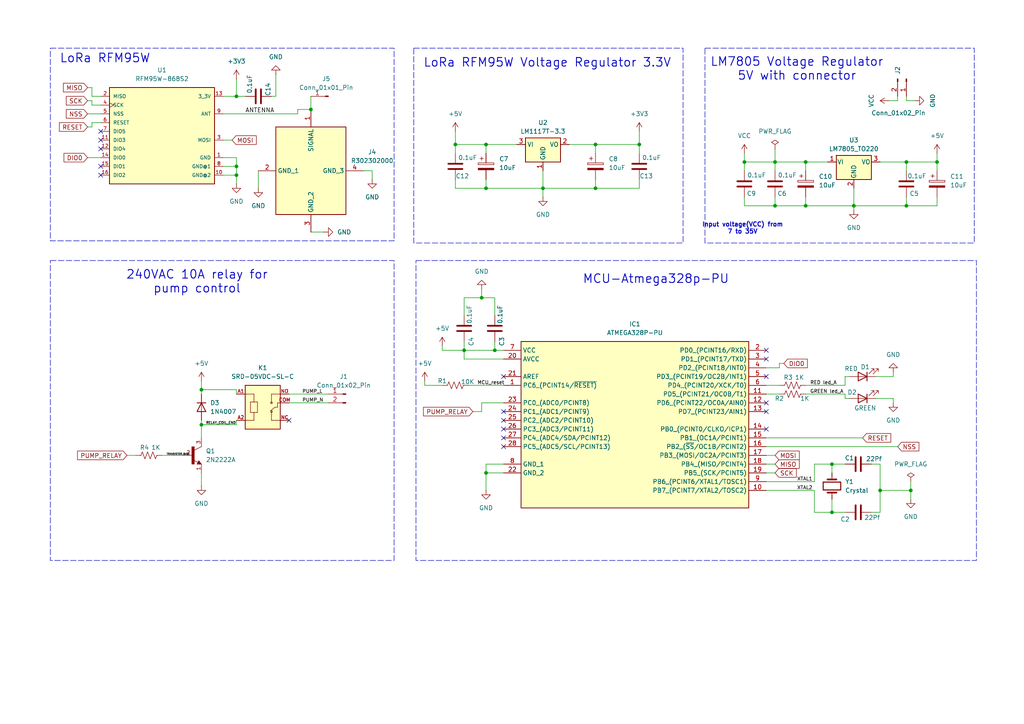
<source format=kicad_sch>
(kicad_sch (version 20250114) (generator "eeschema") (generator_version "9.0")
  (paper "A4")
  (title_block (title "LoRa Pump reciever circuit") (date "2025-11-06") (rev "1.0") (company "Axion"))
  (lib_symbols
    (symbol "2N2222A:2N2222A" (pin_names (offset 1.016))
      (property "Reference" "Q" (at -10.16 7.62 0))
      (property "Value" "2N2222A" (at -10.16 -7.62 0))
      (symbol "2N2222A_0_0"
        (rectangle (start -0.254 -2.54) (end 0.508 2.54) (stroke (width 0.1)) (fill (type outline)))
        (polyline (pts (xy 1.27 -2.54) (xy 1.778 -1.524) (xy 2.54 -2.54) (xy 1.27 -2.54)) (stroke (width 0.1524)) (fill (type outline)))
        (polyline (pts (xy 1.54 -2.04) (xy 0.308 -1.424)) (stroke (width 0.1524)))
        (polyline (pts (xy 2.54 2.54) (xy 0.508 1.524)) (stroke (width 0.1524)))
        (pin passive line (at -2.54 0 0) (length 2.54) (name "~") (number "2"))
        (pin passive line (at 2.54 5.08 270) (length 2.54) (name "~") (number "3"))
        (pin passive line (at 2.54 -5.08 90) (length 2.54) (name "~") (number "1"))
      )
    )
    (symbol "Connector:Conn_01x01_Pin" (pin_names (offset 1.016) (hide yes))
      (property "Reference" "J" (at 0 2.54 0))
      (property "Value" "Conn_01x01_Pin" (at 0 -2.54 0))
      (symbol "Conn_01x01_Pin_1_1"
        (rectangle (start 0.8636 0.127) (end 0 -0.127) (stroke (width 0.1524)) (fill (type outline)))
        (polyline (pts (xy 1.27 0) (xy 0.8636 0)) (stroke (width 0.1524)))
        (pin passive line (at 5.08 0 180) (length 3.81) (name "Pin_1") (number "1"))
      )
    )
    (symbol "Connector:Conn_01x02_Pin" (pin_names (offset 1.016) (hide yes))
      (property "Reference" "J" (at 0 2.54 0))
      (property "Value" "Conn_01x02_Pin" (at 0 -5.08 0))
      (symbol "Conn_01x02_Pin_1_1"
        (rectangle (start 0.8636 0.127) (end 0 -0.127) (stroke (width 0.1524)) (fill (type outline)))
        (rectangle (start 0.8636 -2.413) (end 0 -2.667) (stroke (width 0.1524)) (fill (type outline)))
        (polyline (pts (xy 1.27 0) (xy 0.8636 0)) (stroke (width 0.1524)))
        (polyline (pts (xy 1.27 -2.54) (xy 0.8636 -2.54)) (stroke (width 0.1524)))
        (pin passive line (at 5.08 0 180) (length 3.81) (name "Pin_1") (number "1"))
        (pin passive line (at 5.08 -2.54 180) (length 3.81) (name "Pin_2") (number "2"))
      )
    )
    (symbol "Device:C" (pin_numbers (hide yes)) (pin_names (offset 0.254))
      (property "Reference" "C" (at 0.635 2.54 0))
      (property "Value" "C" (at 0.635 -2.54 0))
      (symbol "C_0_1"
        (polyline (pts (xy -2.032 0.762) (xy 2.032 0.762)) (stroke (width 0.508)))
        (polyline (pts (xy -2.032 -0.762) (xy 2.032 -0.762)) (stroke (width 0.508)))
      )
      (symbol "C_1_1"
        (pin passive line (at 0 3.81 270) (length 2.794) (name "~") (number "1"))
        (pin passive line (at 0 -3.81 90) (length 2.794) (name "~") (number "2"))
      )
    )
    (symbol "Device:C_Polarized" (pin_numbers (hide yes)) (pin_names (offset 0.254))
      (property "Reference" "C" (at 0.635 2.54 0))
      (property "Value" "C_Polarized" (at 0.635 -2.54 0))
      (symbol "C_Polarized_0_1"
        (rectangle (start -2.286 0.508) (end 2.286 1.016))
        (polyline (pts (xy -1.778 2.286) (xy -0.762 2.286)))
        (polyline (pts (xy -1.27 2.794) (xy -1.27 1.778)))
        (rectangle (start 2.286 -0.508) (end -2.286 -1.016) (fill (type outline)))
      )
      (symbol "C_Polarized_1_1"
        (pin passive line (at 0 3.81 270) (length 2.794) (name "~") (number "1"))
        (pin passive line (at 0 -3.81 90) (length 2.794) (name "~") (number "2"))
      )
    )
    (symbol "Device:Crystal" (pin_numbers (hide yes)) (pin_names (offset 1.016) (hide yes))
      (property "Reference" "Y" (at 0 3.81 0))
      (property "Value" "Crystal" (at 0 -3.81 0))
      (symbol "Crystal_0_1"
        (polyline (pts (xy -2.54 0) (xy -1.905 0)))
        (polyline (pts (xy -1.905 -1.27) (xy -1.905 1.27)) (stroke (width 0.508)))
        (rectangle (start -1.143 2.54) (end 1.143 -2.54) (stroke (width 0.3048)))
        (polyline (pts (xy 1.905 -1.27) (xy 1.905 1.27)) (stroke (width 0.508)))
        (polyline (pts (xy 2.54 0) (xy 1.905 0)))
      )
      (symbol "Crystal_1_1"
        (pin passive line (at -3.81 0 0) (length 1.27) (name "1") (number "1"))
        (pin passive line (at 3.81 0 180) (length 1.27) (name "2") (number "2"))
      )
    )
    (symbol "Device:LED" (pin_numbers (hide yes)) (pin_names (offset 1.016) (hide yes))
      (property "Reference" "D" (at 0 2.54 0))
      (property "Value" "LED" (at 0 -2.54 0))
      (symbol "LED_0_1"
        (polyline (pts (xy -3.048 -0.762) (xy -4.572 -2.286) (xy -3.81 -2.286) (xy -4.572 -2.286) (xy -4.572 -1.524)))
        (polyline (pts (xy -1.778 -0.762) (xy -3.302 -2.286) (xy -2.54 -2.286) (xy -3.302 -2.286) (xy -3.302 -1.524)))
        (polyline (pts (xy -1.27 0) (xy 1.27 0)))
        (polyline (pts (xy -1.27 -1.27) (xy -1.27 1.27)) (stroke (width 0.254)))
        (polyline (pts (xy 1.27 -1.27) (xy 1.27 1.27) (xy -1.27 0) (xy 1.27 -1.27)) (stroke (width 0.254)))
      )
      (symbol "LED_1_1"
        (pin passive line (at -3.81 0 0) (length 2.54) (name "K") (number "1"))
        (pin passive line (at 3.81 0 180) (length 2.54) (name "A") (number "2"))
      )
    )
    (symbol "Device:R_US" (pin_numbers (hide yes)) (pin_names (offset 0))
      (property "Reference" "R" (at 2.54 0 90))
      (property "Value" "R_US" (at -2.54 0 90))
      (symbol "R_US_0_1"
        (polyline (pts (xy 0 2.286) (xy 0 2.54)))
        (polyline (pts (xy 0 2.286) (xy 1.016 1.905) (xy 0 1.524) (xy -1.016 1.143) (xy 0 0.762)))
        (polyline (pts (xy 0 0.762) (xy 1.016 0.381) (xy 0 0) (xy -1.016 -0.381) (xy 0 -0.762)))
        (polyline (pts (xy 0 -0.762) (xy 1.016 -1.143) (xy 0 -1.524) (xy -1.016 -1.905) (xy 0 -2.286)))
        (polyline (pts (xy 0 -2.286) (xy 0 -2.54)))
      )
      (symbol "R_US_1_1"
        (pin passive line (at 0 3.81 270) (length 1.27) (name "~") (number "1"))
        (pin passive line (at 0 -3.81 90) (length 1.27) (name "~") (number "2"))
      )
    )
    (symbol "Diode:1N4007" (pin_numbers (hide yes)) (pin_names (hide yes))
      (property "Reference" "D" (at 0 2.54 0))
      (property "Value" "1N4007" (at 0 -2.54 0))
      (symbol "1N4007_0_1"
        (polyline (pts (xy -1.27 1.27) (xy -1.27 -1.27)) (stroke (width 0.254)))
        (polyline (pts (xy 1.27 1.27) (xy 1.27 -1.27) (xy -1.27 0) (xy 1.27 1.27)) (stroke (width 0.254)))
        (polyline (pts (xy 1.27 0) (xy -1.27 0)))
      )
      (symbol "1N4007_1_1"
        (pin passive line (at -3.81 0 0) (length 2.54) (name "K") (number "1"))
        (pin passive line (at 3.81 0 180) (length 2.54) (name "A") (number "2"))
      )
    )
    (symbol "RFM95W-868S2:RFM95W-868S2" (pin_names (offset 1.016))
      (property "Reference" "U" (at -15.2563 13.9849 0))
      (property "Value" "RFM95W-868S2" (at -15.265 -17.8092 0))
      (symbol "RFM95W-868S2_0_0"
        (rectangle (start -15.24 -15.24) (end 15.24 12.7) (stroke (width 0.254)) (fill (type background)))
        (pin input line (at -17.78 10.16 0) (length 2.54) (name "MISO") (number "2"))
        (pin input clock (at -17.78 7.62 0) (length 2.54) (name "SCK") (number "4"))
        (pin input line (at -17.78 5.08 0) (length 2.54) (name "NSS") (number "5"))
        (pin bidirectional line (at -17.78 2.54 0) (length 2.54) (name "RESET") (number "6"))
        (pin bidirectional line (at -17.78 0 0) (length 2.54) (name "DIO5") (number "7"))
        (pin bidirectional line (at -17.78 -2.54 0) (length 2.54) (name "DIO3") (number "11"))
        (pin bidirectional line (at -17.78 -5.08 0) (length 2.54) (name "DIO4") (number "12"))
        (pin bidirectional line (at -17.78 -7.62 0) (length 2.54) (name "DIO0") (number "14"))
        (pin bidirectional line (at -17.78 -10.16 0) (length 2.54) (name "DIO1") (number "15"))
        (pin bidirectional line (at -17.78 -12.7 0) (length 2.54) (name "DIO2") (number "16"))
        (pin power_in line (at 17.78 10.16 180) (length 2.54) (name "3_3V") (number "13"))
        (pin passive line (at 17.78 5.08 180) (length 2.54) (name "ANT") (number "9"))
        (pin output line (at 17.78 -2.54 180) (length 2.54) (name "MOSI") (number "3"))
        (pin power_in line (at 17.78 -7.62 180) (length 2.54) (name "GND") (number "1"))
        (pin power_in line (at 17.78 -10.16 180) (length 2.54) (name "GND@1") (number "8"))
        (pin power_in line (at 17.78 -12.7 180) (length 2.54) (name "GND@2") (number "10"))
      )
    )
    (symbol "Regulator_Linear:LM1117T-3.3"
      (property "Reference" "U" (at -3.81 3.175 0))
      (property "Value" "LM1117T-3.3" (at 0 3.175 0))
      (symbol "LM1117T-3.3_0_1"
        (rectangle (start -5.08 -5.08) (end 5.08 1.905) (stroke (width 0.254)) (fill (type background)))
      )
      (symbol "LM1117T-3.3_1_1"
        (pin power_in line (at -7.62 0 0) (length 2.54) (name "VI") (number "3"))
        (pin power_in line (at 0 -7.62 90) (length 2.54) (name "GND") (number "1"))
        (pin power_out line (at 7.62 0 180) (length 2.54) (name "VO") (number "2"))
      )
    )
    (symbol "Regulator_Linear:LM7805_TO220" (pin_names (offset 0.254))
      (property "Reference" "U" (at -3.81 3.175 0))
      (property "Value" "LM7805_TO220" (at 0 3.175 0))
      (symbol "LM7805_TO220_0_1"
        (rectangle (start -5.08 1.905) (end 5.08 -5.08) (stroke (width 0.254)) (fill (type background)))
      )
      (symbol "LM7805_TO220_1_1"
        (pin power_in line (at -7.62 0 0) (length 2.54) (name "VI") (number "1"))
        (pin power_in line (at 0 -7.62 90) (length 2.54) (name "GND") (number "2"))
        (pin power_out line (at 7.62 0 180) (length 2.54) (name "VO") (number "3"))
      )
    )
    (symbol "SRD-05VDC-SL-C:SRD-05VDC-SL-C" (pin_names (offset 1.016))
      (property "Reference" "K" (at -5.0809 5.843 0))
      (property "Value" "SRD-05VDC-SL-C" (at -5.0832 -10.1664 0))
      (symbol "SRD-05VDC-SL-C_0_0"
        (polyline (pts (xy -5.08 2.54) (xy -2.54 2.54)) (stroke (width 0.1524)))
        (rectangle (start -5.08 -7.62) (end 5.08 5.08) (stroke (width 0.254)) (fill (type background)))
        (polyline (pts (xy -3.556 0.254) (xy -3.556 -2.794)) (stroke (width 0.1524)))
        (polyline (pts (xy -3.556 -2.794) (xy -2.54 -2.794)) (stroke (width 0.1524)))
        (polyline (pts (xy -2.54 2.54) (xy -2.54 0.254)) (stroke (width 0.1524)))
        (polyline (pts (xy -2.54 0.254) (xy -3.556 0.254)) (stroke (width 0.1524)))
        (polyline (pts (xy -2.54 -2.794) (xy -2.54 -5.08)) (stroke (width 0.1524)))
        (polyline (pts (xy -2.54 -2.794) (xy -1.524 -2.794)) (stroke (width 0.1524)))
        (polyline (pts (xy -2.54 -5.08) (xy -5.08 -5.08)) (stroke (width 0.1524)))
        (polyline (pts (xy -1.524 0.254) (xy -2.54 0.254)) (stroke (width 0.1524)))
        (polyline (pts (xy -1.524 -2.794) (xy -1.524 0.254)) (stroke (width 0.1524)))
        (polyline (pts (xy 2.54 2.54) (xy 2.54 0)) (stroke (width 0.1524)))
        (circle (center 2.54 0) (radius 0.254) (stroke (width 0.1524)))
        (polyline (pts (xy 2.54 -2.54) (xy 2.54 -5.08)) (stroke (width 0.1524)))
        (circle (center 2.54 -2.54) (radius 0.254) (stroke (width 0.1524)))
        (polyline (pts (xy 2.54 -5.08) (xy 5.08 -5.08)) (stroke (width 0.1524)))
        (polyline (pts (xy 3.556 -1.27) (xy 2.286 -2.286)) (stroke (width 0.1524)))
        (polyline (pts (xy 3.556 -1.27) (xy 4.318 -1.27)) (stroke (width 0.1524)))
        (polyline (pts (xy 4.318 0) (xy 5.08 0)) (stroke (width 0.1524)))
        (polyline (pts (xy 4.318 -1.27) (xy 4.318 0)) (stroke (width 0.1524)))
        (polyline (pts (xy 5.08 2.54) (xy 2.54 2.54)) (stroke (width 0.1524)))
        (pin passive line (at -7.62 2.54 0) (length 2.54) (name "~") (number "A1"))
        (pin passive line (at -7.62 -5.08 0) (length 2.54) (name "~") (number "A2"))
        (pin passive line (at 7.62 2.54 180) (length 2.54) (name "~") (number "NO"))
        (pin passive line (at 7.62 0 180) (length 2.54) (name "~") (number "COM"))
        (pin passive line (at 7.62 -5.08 180) (length 2.54) (name "~") (number "NC"))
      )
    )
    (symbol "SamacSys_Parts:ATMEGA328P-PU"
      (property "Reference" "IC" (at 72.39 7.62 0))
      (property "Value" "ATMEGA328P-PU" (at 72.39 5.08 0))
      (symbol "ATMEGA328P-PU_1_1"
        (rectangle (start 5.08 2.54) (end 71.12 -45.72) (stroke (width 0.254)) (fill (type background)))
        (pin passive line (at 0 0 0) (length 5.08) (name "VCC") (number "7"))
        (pin passive line (at 0 -2.54 0) (length 5.08) (name "AVCC") (number "20"))
        (pin passive line (at 0 -7.62 0) (length 5.08) (name "AREF") (number "21"))
        (pin passive line (at 0 -10.16 0) (length 5.08) (name "PC6_(PCINT14/~{RESET)}") (number "1"))
        (pin passive line (at 0 -15.24 0) (length 5.08) (name "PC0_(ADC0/PCINT8)") (number "23"))
        (pin passive line (at 0 -17.78 0) (length 5.08) (name "PC1_(ADC1/PCINT9)") (number "24"))
        (pin passive line (at 0 -20.32 0) (length 5.08) (name "PC2_(ADC2/PCINT10)") (number "25"))
        (pin passive line (at 0 -22.86 0) (length 5.08) (name "PC3_(ADC3/PCINT11)") (number "26"))
        (pin passive line (at 0 -25.4 0) (length 5.08) (name "PC4_(ADC4/SDA/PCINT12)") (number "27"))
        (pin passive line (at 0 -27.94 0) (length 5.08) (name "PC5_(ADC5/SCL/PCINT13)") (number "28"))
        (pin passive line (at 0 -33.02 0) (length 5.08) (name "GND_1") (number "8"))
        (pin passive line (at 0 -35.56 0) (length 5.08) (name "GND_2") (number "22"))
        (pin passive line (at 76.2 0 180) (length 5.08) (name "PD0_(PCINT16/RXD)") (number "2"))
        (pin passive line (at 76.2 -2.54 180) (length 5.08) (name "PD1_(PCINT17/TXD)") (number "3"))
        (pin passive line (at 76.2 -5.08 180) (length 5.08) (name "PD2_(PCINT18/INT0)") (number "4"))
        (pin passive line (at 76.2 -7.62 180) (length 5.08) (name "PD3_(PCINT19/OC2B/INT1)") (number "5"))
        (pin passive line (at 76.2 -10.16 180) (length 5.08) (name "PD4_(PCINT20/XCK/T0)") (number "6"))
        (pin passive line (at 76.2 -12.7 180) (length 5.08) (name "PD5_(PCINT21/OC0B/T1)") (number "11"))
        (pin passive line (at 76.2 -15.24 180) (length 5.08) (name "PD6_(PCINT22/OC0A/AIN0)") (number "12"))
        (pin passive line (at 76.2 -17.78 180) (length 5.08) (name "PD7_(PCINT23/AIN1)") (number "13"))
        (pin passive line (at 76.2 -22.86 180) (length 5.08) (name "PB0_(PCINT0/CLKO/ICP1)") (number "14"))
        (pin passive line (at 76.2 -25.4 180) (length 5.08) (name "PB1_(OC1A/PCINT1)") (number "15"))
        (pin passive line (at 76.2 -27.94 180) (length 5.08) (name "PB2_(~{SS}/OC1B/PCINT2)") (number "16"))
        (pin passive line (at 76.2 -30.48 180) (length 5.08) (name "PB3_(MOSI/OC2A/PCINT3)") (number "17"))
        (pin passive line (at 76.2 -33.02 180) (length 5.08) (name "PB4_(MISO/PCINT4)") (number "18"))
        (pin passive line (at 76.2 -35.56 180) (length 5.08) (name "PB5_(SCK/PCINT5)") (number "19"))
        (pin passive line (at 76.2 -38.1 180) (length 5.08) (name "PB6_(PCINT6/XTAL1/TOSC1)") (number "9"))
        (pin passive line (at 76.2 -40.64 180) (length 5.08) (name "PB7_(PCINT7/XTAL2/TOSC2)") (number "10"))
      )
    )
    (symbol "SamacSys_Parts:R302302000"
      (property "Reference" "J" (at 26.67 17.78 0))
      (property "Value" "R302302000" (at 26.67 15.24 0))
      (symbol "R302302000_1_1"
        (rectangle (start 5.08 12.7) (end 25.4 -12.7) (stroke (width 0.254)) (fill (type background)))
        (pin passive line (at 0 0 0) (length 5.08) (name "GND_3") (number "4"))
        (pin passive line (at 15.24 17.78 270) (length 5.08) (name "GND_2") (number "3"))
        (pin passive line (at 15.24 -17.78 90) (length 5.08) (name "SIGNAL") (number "1"))
        (pin passive line (at 30.48 0 180) (length 5.08) (name "GND_1") (number "2"))
      )
    )
    (symbol "power:+3V3" (power) (pin_numbers (hide yes)) (pin_names (offset 0) (hide yes))
      (property "Value" "+3V3" (at 0 3.556 0))
      (symbol "+3V3_0_1"
        (polyline (pts (xy -0.762 1.27) (xy 0 2.54)))
        (polyline (pts (xy 0 2.54) (xy 0.762 1.27)))
        (polyline (pts (xy 0 0) (xy 0 2.54)))
      )
      (symbol "+3V3_1_1"
        (pin power_in line (at 0 0 90) (length 0) (name "~") (number "1"))
      )
    )
    (symbol "power:+5V" (power) (pin_numbers (hide yes)) (pin_names (offset 0) (hide yes))
      (property "Value" "+5V" (at 0 3.556 0))
      (symbol "+5V_0_1"
        (polyline (pts (xy -0.762 1.27) (xy 0 2.54)))
        (polyline (pts (xy 0 2.54) (xy 0.762 1.27)))
        (polyline (pts (xy 0 0) (xy 0 2.54)))
      )
      (symbol "+5V_1_1"
        (pin power_in line (at 0 0 90) (length 0) (name "~") (number "1"))
      )
    )
    (symbol "power:GND" (power) (pin_numbers (hide yes)) (pin_names (offset 0) (hide yes))
      (property "Value" "GND" (at 0 -3.81 0))
      (symbol "GND_0_1"
        (polyline (pts (xy 0 0) (xy 0 -1.27) (xy 1.27 -1.27) (xy 0 -2.54) (xy -1.27 -1.27) (xy 0 -1.27)))
      )
      (symbol "GND_1_1"
        (pin power_in line (at 0 0 270) (length 0) (name "~") (number "1"))
      )
    )
    (symbol "power:PWR_FLAG" (power) (pin_numbers (hide yes)) (pin_names (offset 0) (hide yes))
      (property "Value" "PWR_FLAG" (at 0 3.81 0))
      (symbol "PWR_FLAG_0_0"
        (pin power_out line (at 0 0 90) (length 0) (name "~") (number "1"))
      )
      (symbol "PWR_FLAG_0_1"
        (polyline (pts (xy 0 0) (xy 0 1.27) (xy -1.016 1.905) (xy 0 2.54) (xy 1.016 1.905) (xy 0 1.27)))
      )
    )
    (symbol "power:VCC" (power) (pin_numbers (hide yes)) (pin_names (offset 0) (hide yes))
      (property "Value" "VCC" (at 0 3.556 0))
      (symbol "VCC_0_1"
        (polyline (pts (xy -0.762 1.27) (xy 0 2.54)))
        (polyline (pts (xy 0 2.54) (xy 0.762 1.27)))
        (polyline (pts (xy 0 0) (xy 0 2.54)))
      )
      (symbol "VCC_1_1"
        (pin power_in line (at 0 0 90) (length 0) (name "~") (number "1"))
      )
    )
  )
  (rectangle (start 120.65 75.565) (end 283.21 162.56) (stroke (width 0) (type dash)))
  (rectangle (start 14.605 75.565) (end 114.3 162.56) (stroke (width 0) (type dash)))
  (rectangle (start 14.605 13.97) (end 114.3 69.85) (stroke (width 0) (type dash)))
  (rectangle (start 120.015 13.97) (end 198.12 70.485) (stroke (width 0) (type dash)))
  (rectangle (start 204.47 13.97) (end 282.575 70.485) (stroke (width 0) (type dash)))
  (text "LoRa RFM95W Voltage Regulator 3.3V" (at 158.75 18.288 0) (effects (font (size 2.5 2.5) (thickness 0.254) (bold yes))))
  (text "LM7805 Voltage Regulator\n5V with connector" (at 231.14 20.066 0) (effects (font (size 2.5 2.5) (thickness 0.254) (bold yes))))
  (text "Input voltage(VCC) from\n7 to 35V" (at 215.392 66.294 0) (effects (font (size 1.27 1.27) (thickness 0.254) (bold yes))))
  (text "LoRa RFM95W" (at 30.48 17.018 0) (effects (font (size 2.5 2.5) (thickness 0.254) (bold yes))))
  (text "MCU-Atmega328p-PU" (at 190.246 81.026 0) (effects (font (size 2.5 2.5) (thickness 0.254) (bold yes))))
  (text "240VAC 10A relay for\npump control" (at 57.15 81.788 0) (effects (font (size 2.5 2.5) (thickness 0.254) (bold yes))))
  (junction (at 157.48 54.61))
  (junction (at 233.68 59.69))
  (junction (at 241.3 134.62))
  (junction (at 140.97 54.61))
  (junction (at 247.65 59.69))
  (junction (at 58.42 113.03))
  (junction (at 140.97 137.16))
  (junction (at 90.17 31.75))
  (junction (at 68.58 27.94))
  (junction (at 58.42 123.19))
  (junction (at 233.68 46.99))
  (junction (at 241.3 148.59))
  (junction (at 262.89 59.69))
  (junction (at 139.7 86.36))
  (junction (at 185.42 41.91))
  (junction (at 68.58 50.8))
  (junction (at 262.89 46.99))
  (junction (at 264.16 142.24))
  (junction (at 134.62 101.6))
  (junction (at 224.79 59.69))
  (junction (at 143.51 101.6))
  (junction (at 255.27 142.24))
  (junction (at 132.08 41.91))
  (junction (at 172.72 54.61))
  (junction (at 215.9 46.99))
  (junction (at 271.78 46.99))
  (junction (at 224.79 46.99))
  (junction (at 68.58 48.26))
  (junction (at 172.72 41.91))
  (junction (at 140.97 41.91))
  (no_connect (at 29.21 50.8))
  (no_connect (at 222.25 104.14))
  (no_connect (at 222.25 124.46))
  (no_connect (at 29.21 43.18))
  (no_connect (at 146.05 121.92))
  (no_connect (at 222.25 116.84))
  (no_connect (at 146.05 127))
  (no_connect (at 146.05 109.22))
  (no_connect (at 222.25 101.6))
  (no_connect (at 146.05 124.46))
  (no_connect (at 222.25 109.22))
  (no_connect (at 146.05 129.54))
  (no_connect (at 29.21 40.64))
  (no_connect (at 29.21 38.1))
  (no_connect (at 29.21 48.26))
  (no_connect (at 222.25 119.38))
  (no_connect (at 83.82 121.92))
  (no_connect (at 146.05 119.38))
  (wire (pts (xy 105.41 49.53) (xy 107.95 49.53)))
  (wire (pts (xy 236.22 139.7) (xy 236.22 134.62)))
  (wire (pts (xy 262.89 46.99) (xy 262.89 49.53)))
  (wire (pts (xy 215.9 59.69) (xy 224.79 59.69)))
  (wire (pts (xy 64.77 33.02) (xy 86.36 33.02)))
  (wire (pts (xy 68.58 27.94) (xy 71.12 27.94)))
  (wire (pts (xy 26.67 35.56) (xy 29.21 35.56)))
  (wire (pts (xy 157.48 54.61) (xy 157.48 57.15)))
  (wire (pts (xy 139.7 83.82) (xy 139.7 86.36)))
  (wire (pts (xy 139.7 116.84) (xy 146.05 116.84)))
  (wire (pts (xy 80.01 27.94) (xy 78.74 27.94)))
  (wire (pts (xy 271.78 44.45) (xy 271.78 46.99)))
  (wire (pts (xy 107.95 49.53) (xy 107.95 52.07)))
  (wire (pts (xy 132.08 38.1) (xy 132.08 41.91)))
  (wire (pts (xy 264.16 144.78) (xy 264.16 142.24)))
  (wire (pts (xy 255.27 46.99) (xy 262.89 46.99)))
  (wire (pts (xy 254 109.22) (xy 259.08 109.22)))
  (wire (pts (xy 271.78 57.15) (xy 271.78 59.69)))
  (wire (pts (xy 259.08 109.22) (xy 259.08 107.95)))
  (wire (pts (xy 26.67 27.94) (xy 29.21 27.94)))
  (wire (pts (xy 264.16 142.24) (xy 255.27 142.24)))
  (wire (pts (xy 185.42 38.1) (xy 185.42 41.91)))
  (wire (pts (xy 26.67 29.21) (xy 26.67 30.48)))
  (wire (pts (xy 185.42 41.91) (xy 172.72 41.91)))
  (wire (pts (xy 222.25 129.54) (xy 260.35 129.54)))
  (wire (pts (xy 132.08 44.45) (xy 132.08 41.91)))
  (wire (pts (xy 247.65 54.61) (xy 247.65 59.69)))
  (wire (pts (xy 25.4 36.83) (xy 26.67 36.83)))
  (wire (pts (xy 68.58 22.86) (xy 68.58 27.94)))
  (wire (pts (xy 262.89 59.69) (xy 262.89 57.15)))
  (wire (pts (xy 25.4 45.72) (xy 29.21 45.72)))
  (wire (pts (xy 25.4 25.4) (xy 26.67 25.4)))
  (wire (pts (xy 215.9 49.53) (xy 215.9 46.99)))
  (wire (pts (xy 143.51 99.06) (xy 143.51 101.6)))
  (wire (pts (xy 140.97 137.16) (xy 146.05 137.16)))
  (wire (pts (xy 240.03 46.99) (xy 233.68 46.99)))
  (wire (pts (xy 86.36 33.02) (xy 86.36 31.75)))
  (wire (pts (xy 241.3 134.62) (xy 245.11 134.62)))
  (wire (pts (xy 86.36 31.75) (xy 90.17 31.75)))
  (wire (pts (xy 58.42 113.03) (xy 68.58 113.03)))
  (wire (pts (xy 157.48 49.53) (xy 157.48 54.61)))
  (wire (pts (xy 185.42 52.07) (xy 185.42 54.61)))
  (wire (pts (xy 215.9 44.45) (xy 215.9 46.99)))
  (wire (pts (xy 135.89 111.76) (xy 146.05 111.76)))
  (wire (pts (xy 262.89 27.94) (xy 262.89 29.21)))
  (wire (pts (xy 146.05 134.62) (xy 140.97 134.62)))
  (wire (pts (xy 25.4 29.21) (xy 26.67 29.21)))
  (wire (pts (xy 222.25 134.62) (xy 224.79 134.62)))
  (wire (pts (xy 64.77 40.64) (xy 67.31 40.64)))
  (wire (pts (xy 132.08 41.91) (xy 140.97 41.91)))
  (wire (pts (xy 222.25 142.24) (xy 236.22 142.24)))
  (wire (pts (xy 233.68 111.76) (xy 245.11 111.76)))
  (wire (pts (xy 68.58 121.92) (xy 68.58 123.19)))
  (wire (pts (xy 254 115.57) (xy 259.08 115.57)))
  (wire (pts (xy 83.82 116.84) (xy 95.25 116.84)))
  (wire (pts (xy 236.22 148.59) (xy 241.3 148.59)))
  (wire (pts (xy 68.58 48.26) (xy 68.58 50.8)))
  (wire (pts (xy 215.9 46.99) (xy 224.79 46.99)))
  (wire (pts (xy 233.68 46.99) (xy 224.79 46.99)))
  (wire (pts (xy 128.27 101.6) (xy 134.62 101.6)))
  (wire (pts (xy 90.17 27.94) (xy 90.17 31.75)))
  (wire (pts (xy 140.97 54.61) (xy 157.48 54.61)))
  (wire (pts (xy 36.83 132.08) (xy 39.37 132.08)))
  (wire (pts (xy 185.42 54.61) (xy 172.72 54.61)))
  (wire (pts (xy 83.82 114.3) (xy 95.25 114.3)))
  (wire (pts (xy 233.68 57.15) (xy 233.68 59.69)))
  (wire (pts (xy 123.19 111.76) (xy 128.27 111.76)))
  (wire (pts (xy 140.97 134.62) (xy 140.97 137.16)))
  (wire (pts (xy 222.25 111.76) (xy 226.06 111.76)))
  (wire (pts (xy 236.22 142.24) (xy 236.22 148.59)))
  (wire (pts (xy 143.51 101.6) (xy 146.05 101.6)))
  (wire (pts (xy 137.16 119.38) (xy 139.7 119.38)))
  (wire (pts (xy 222.25 132.08) (xy 224.79 132.08)))
  (wire (pts (xy 271.78 49.53) (xy 271.78 46.99)))
  (wire (pts (xy 139.7 119.38) (xy 139.7 116.84)))
  (wire (pts (xy 134.62 91.44) (xy 134.62 86.36)))
  (wire (pts (xy 139.7 86.36) (xy 143.51 86.36)))
  (wire (pts (xy 157.48 54.61) (xy 172.72 54.61)))
  (wire (pts (xy 123.19 110.49) (xy 123.19 111.76)))
  (wire (pts (xy 233.68 46.99) (xy 233.68 49.53)))
  (wire (pts (xy 25.4 33.02) (xy 29.21 33.02)))
  (wire (pts (xy 46.99 132.08) (xy 53.34 132.08)))
  (wire (pts (xy 185.42 44.45) (xy 185.42 41.91)))
  (wire (pts (xy 255.27 142.24) (xy 255.27 148.59)))
  (wire (pts (xy 58.42 123.19) (xy 68.58 123.19)))
  (wire (pts (xy 222.25 114.3) (xy 226.06 114.3)))
  (wire (pts (xy 58.42 137.16) (xy 58.42 140.97)))
  (wire (pts (xy 26.67 30.48) (xy 29.21 30.48)))
  (wire (pts (xy 247.65 59.69) (xy 247.65 60.96)))
  (wire (pts (xy 58.42 113.03) (xy 58.42 114.3)))
  (wire (pts (xy 222.25 127) (xy 250.19 127)))
  (wire (pts (xy 80.01 21.59) (xy 80.01 27.94)))
  (wire (pts (xy 134.62 101.6) (xy 143.51 101.6)))
  (wire (pts (xy 222.25 137.16) (xy 224.79 137.16)))
  (wire (pts (xy 222.25 139.7) (xy 236.22 139.7)))
  (wire (pts (xy 134.62 104.14) (xy 146.05 104.14)))
  (wire (pts (xy 241.3 134.62) (xy 241.3 137.16)))
  (wire (pts (xy 245.11 115.57) (xy 246.38 115.57)))
  (wire (pts (xy 226.06 105.41) (xy 226.06 106.68)))
  (wire (pts (xy 264.16 139.7) (xy 264.16 142.24)))
  (wire (pts (xy 134.62 99.06) (xy 134.62 101.6)))
  (wire (pts (xy 132.08 52.07) (xy 132.08 54.61)))
  (wire (pts (xy 172.72 54.61) (xy 172.72 52.07)))
  (wire (pts (xy 58.42 121.92) (xy 58.42 123.19)))
  (wire (pts (xy 241.3 148.59) (xy 245.11 148.59)))
  (wire (pts (xy 64.77 48.26) (xy 68.58 48.26)))
  (wire (pts (xy 64.77 50.8) (xy 68.58 50.8)))
  (wire (pts (xy 58.42 123.19) (xy 58.42 127)))
  (wire (pts (xy 26.67 25.4) (xy 26.67 27.94)))
  (wire (pts (xy 140.97 41.91) (xy 149.86 41.91)))
  (wire (pts (xy 226.06 106.68) (xy 222.25 106.68)))
  (wire (pts (xy 140.97 137.16) (xy 140.97 142.24)))
  (wire (pts (xy 271.78 46.99) (xy 262.89 46.99)))
  (wire (pts (xy 132.08 54.61) (xy 140.97 54.61)))
  (wire (pts (xy 143.51 86.36) (xy 143.51 91.44)))
  (wire (pts (xy 68.58 45.72) (xy 68.58 48.26)))
  (wire (pts (xy 224.79 57.15) (xy 224.79 59.69)))
  (wire (pts (xy 241.3 144.78) (xy 241.3 148.59)))
  (wire (pts (xy 262.89 29.21) (xy 265.43 29.21)))
  (wire (pts (xy 64.77 45.72) (xy 68.58 45.72)))
  (wire (pts (xy 68.58 114.3) (xy 68.58 113.03)))
  (wire (pts (xy 172.72 41.91) (xy 172.72 44.45)))
  (wire (pts (xy 233.68 59.69) (xy 247.65 59.69)))
  (wire (pts (xy 134.62 86.36) (xy 139.7 86.36)))
  (wire (pts (xy 262.89 59.69) (xy 271.78 59.69)))
  (wire (pts (xy 165.1 41.91) (xy 172.72 41.91)))
  (wire (pts (xy 236.22 134.62) (xy 241.3 134.62)))
  (wire (pts (xy 224.79 46.99) (xy 224.79 49.53)))
  (wire (pts (xy 255.27 148.59) (xy 252.73 148.59)))
  (wire (pts (xy 255.27 134.62) (xy 255.27 142.24)))
  (wire (pts (xy 227.33 105.41) (xy 226.06 105.41)))
  (wire (pts (xy 260.35 29.21) (xy 260.35 27.94)))
  (wire (pts (xy 259.08 115.57) (xy 259.08 116.84)))
  (wire (pts (xy 58.42 110.49) (xy 58.42 113.03)))
  (wire (pts (xy 128.27 100.33) (xy 128.27 101.6)))
  (wire (pts (xy 257.81 29.21) (xy 260.35 29.21)))
  (wire (pts (xy 245.11 114.3) (xy 245.11 115.57)))
  (wire (pts (xy 252.73 134.62) (xy 255.27 134.62)))
  (wire (pts (xy 215.9 57.15) (xy 215.9 59.69)))
  (wire (pts (xy 68.58 50.8) (xy 68.58 53.34)))
  (wire (pts (xy 26.67 36.83) (xy 26.67 35.56)))
  (wire (pts (xy 134.62 101.6) (xy 134.62 104.14)))
  (wire (pts (xy 74.93 49.53) (xy 74.93 54.61)))
  (wire (pts (xy 245.11 109.22) (xy 246.38 109.22)))
  (wire (pts (xy 247.65 59.69) (xy 262.89 59.69)))
  (wire (pts (xy 140.97 44.45) (xy 140.97 41.91)))
  (wire (pts (xy 224.79 43.18) (xy 224.79 46.99)))
  (wire (pts (xy 140.97 52.07) (xy 140.97 54.61)))
  (wire (pts (xy 224.79 59.69) (xy 233.68 59.69)))
  (wire (pts (xy 68.58 27.94) (xy 64.77 27.94)))
  (wire (pts (xy 233.68 114.3) (xy 245.11 114.3)))
  (wire (pts (xy 245.11 111.76) (xy 245.11 109.22)))
  (wire (pts (xy 90.17 67.31) (xy 93.98 67.31)))
  (label "TRANSISTOR_BASE" (at 48.26 132.08 0) (effects (font (size 0.5 0.5))))
  (label "PUMP_L" (at 87.63 114.3 0) (effects (font (size 1 1))))
  (label "MCU_reset" (at 138.43 111.76 0) (effects (font (size 1 1))))
  (label "XTAL1" (at 231.14 139.7 0) (effects (font (size 1 1))))
  (label "GREEN led_A" (at 234.95 114.3 0) (effects (font (size 1 1))))
  (label "RED led_A" (at 234.95 111.76 0) (effects (font (size 1 1))))
  (label "XTAL2" (at 231.14 142.24 0) (effects (font (size 1 1))))
  (label "RELAY_COIL_END" (at 59.69 123.19 0) (effects (font (size 0.7 0.7))))
  (label "PUMP_N" (at 87.63 116.84 0) (effects (font (size 1 1))))
  (label "ANTENNA" (at 71.12 33.02 0))
  (global_label "MISO" (shape input) (at 224.79 134.62 0) (property "Intersheetrefs" "${INTERSHEET_REFS}" (effects (hide yes))))
  (global_label "DIO0" (shape input) (at 25.4 45.72 180) (property "Intersheetrefs" "${INTERSHEET_REFS}" (effects (hide yes))))
  (global_label "DIO0" (shape input) (at 227.33 105.41 0) (property "Intersheetrefs" "${INTERSHEET_REFS}" (effects (hide yes))))
  (global_label "NSS" (shape input) (at 25.4 33.02 180) (property "Intersheetrefs" "${INTERSHEET_REFS}" (effects (hide yes))))
  (global_label "NSS" (shape input) (at 260.35 129.54 0) (property "Intersheetrefs" "${INTERSHEET_REFS}" (effects (hide yes))))
  (global_label "PUMP_RELAY" (shape input) (at 36.83 132.08 180) (property "Intersheetrefs" "${INTERSHEET_REFS}" (effects (hide yes))))
  (global_label "PUMP_RELAY" (shape input) (at 137.16 119.38 180) (property "Intersheetrefs" "${INTERSHEET_REFS}" (effects (hide yes))))
  (global_label "RESET" (shape input) (at 25.4 36.83 180) (property "Intersheetrefs" "${INTERSHEET_REFS}" (effects (hide yes))))
  (global_label "MOSI" (shape input) (at 67.31 40.64 0) (property "Intersheetrefs" "${INTERSHEET_REFS}" (effects (hide yes))))
  (global_label "MOSI" (shape input) (at 224.79 132.08 0) (property "Intersheetrefs" "${INTERSHEET_REFS}" (effects (hide yes))))
  (global_label "SCK" (shape input) (at 25.4 29.21 180) (property "Intersheetrefs" "${INTERSHEET_REFS}" (effects (hide yes))))
  (global_label "RESET" (shape input) (at 250.19 127 0) (property "Intersheetrefs" "${INTERSHEET_REFS}" (effects (hide yes))))
  (global_label "MISO" (shape input) (at 25.4 25.4 180) (property "Intersheetrefs" "${INTERSHEET_REFS}" (effects (hide yes))))
  (global_label "SCK" (shape input) (at 224.79 137.16 0) (property "Intersheetrefs" "${INTERSHEET_REFS}" (effects (hide yes))))
  (symbol (lib_id "Connector:Conn_01x02_Pin") (at 100.33 114.3 0) (mirror y) (unit 1)
    (property "Reference" "J1" (at 99.695 109.22 0))
    (property "Value" "Conn_01x02_Pin" (at 99.695 111.76 0))
    (property "Footprint" "Connector_Phoenix_MC_HighVoltage:PhoenixContact_MCV_1,5_2-G-5.08_1x02_P5.08mm_Vertical" (effects (hide yes)))
    (property "Description" "Generic connector, single row, 01x02, script generated" (effects (hide yes)))
  )
  (symbol (lib_id "power:+5V") (at 58.42 110.49 0) (unit 1)
    (property "Reference" "#PWR019" (effects (hide yes)))
    (property "Value" "+5V" (at 58.42 105.41 0))
    (property "Description" "Power symbol creates a global label with name \"+5V\"" (effects (hide yes)))
  )
  (symbol (lib_id "Device:R_US") (at 229.87 114.3 90) (unit 1)
    (property "Reference" "R2" (at 226.06 115.57 90))
    (property "Value" "1K" (at 233.426 115.57 90))
    (property "Footprint" "Resistor_THT:R_Axial_DIN0204_L3.6mm_D1.6mm_P5.08mm_Horizontal" (effects (hide yes)))
    (property "Description" "Resistor, US symbol" (effects (hide yes)))
  )
  (symbol (lib_id "Device:LED") (at 250.19 115.57 180) (unit 1)
    (property "Reference" "D2" (at 247.142 113.792 0))
    (property "Value" "GREEN" (at 250.952 118.364 0))
    (property "Footprint" "LED_THT:LED_D3.0mm" (effects (hide yes)))
    (property "Description" "Light emitting diode" (effects (hide yes)))
    (property "Sim.Pins" "1=K 2=A" (effects (hide yes)))
  )
  (symbol (lib_id "Device:C") (at 134.62 95.25 180) (unit 1)
    (property "Reference" "C4" (at 136.652 99.06 90))
    (property "Value" "0.1uF" (at 136.144 91.186 90))
    (property "Footprint" "Capacitor_THT:C_Disc_D4.3mm_W1.9mm_P5.00mm" (effects (hide yes)))
    (property "Description" "Unpolarized capacitor" (effects (hide yes)))
  )
  (symbol (lib_id "Device:C") (at 215.9 53.34 180) (unit 1)
    (property "Reference" "C9" (at 217.932 56.134 0))
    (property "Value" "0.1uF" (at 219.456 50.8 0))
    (property "Footprint" "Capacitor_THT:C_Disc_D4.3mm_W1.9mm_P5.00mm" (effects (hide yes)))
    (property "Description" "Unpolarized capacitor" (effects (hide yes)))
  )
  (symbol (lib_id "power:GND") (at 140.97 142.24 0) (unit 1)
    (property "Reference" "#PWR03" (effects (hide yes)))
    (property "Value" "GND" (at 140.97 147.32 0))
    (property "Description" "Power symbol creates a global label with name \"GND\" , ground" (effects (hide yes)))
  )
  (symbol (lib_id "power:GND") (at 259.08 116.84 0) (unit 1)
    (property "Reference" "#PWR018" (effects (hide yes)))
    (property "Value" "GND" (at 259.08 121.92 0))
    (property "Description" "Power symbol creates a global label with name \"GND\" , ground" (effects (hide yes)))
  )
  (symbol (lib_id "Connector:Conn_01x01_Pin") (at 95.25 27.94 180) (unit 1)
    (property "Reference" "J5" (at 94.615 22.86 0))
    (property "Value" "Conn_01x01_Pin" (at 94.615 25.4 0))
    (property "Footprint" "Connector_PinHeader_2.54mm:PinHeader_1x01_P2.54mm_Vertical" (effects (hide yes)))
    (property "Description" "Generic connector, single row, 01x01, script generated" (effects (hide yes)))
  )
  (symbol (lib_id "power:GND") (at 265.43 29.21 90) (unit 1)
    (property "Reference" "#PWR011" (effects (hide yes)))
    (property "Value" "GND" (at 270.51 29.21 0))
    (property "Description" "Power symbol creates a global label with name \"GND\" , ground" (effects (hide yes)))
  )
  (symbol (lib_id "power:GND") (at 93.98 67.31 90) (unit 1)
    (property "Reference" "#PWR027" (effects (hide yes)))
    (property "Value" "GND" (at 97.79 67.3099 90) (effects (justify right)))
    (property "Description" "Power symbol creates a global label with name \"GND\" , ground" (effects (hide yes)))
  )
  (symbol (lib_id "Device:Crystal") (at 241.3 140.97 90) (unit 1)
    (property "Reference" "Y1" (at 245.11 139.6999 90) (effects (justify right)))
    (property "Value" "Crystal" (at 245.11 142.2399 90) (effects (justify right)))
    (property "Footprint" "Crystal:Crystal_HC49-4H_Vertical" (effects (hide yes)))
    (property "Description" "Two pin crystal" (effects (hide yes)))
  )
  (symbol (lib_id "power:GND") (at 74.93 54.61 0) (unit 1)
    (property "Reference" "#PWR026" (effects (hide yes)))
    (property "Value" "GND" (at 74.93 59.69 0))
    (property "Description" "Power symbol creates a global label with name \"GND\" , ground" (effects (hide yes)))
  )
  (symbol (lib_id "power:GND") (at 80.01 21.59 180) (unit 1)
    (property "Reference" "#PWR016" (effects (hide yes)))
    (property "Value" "GND" (at 80.01 16.51 0))
    (property "Description" "Power symbol creates a global label with name \"GND\" , ground" (effects (hide yes)))
  )
  (symbol (lib_id "power:+5V") (at 271.78 44.45 0) (unit 1)
    (property "Reference" "#PWR08" (effects (hide yes)))
    (property "Value" "+5V" (at 271.78 39.37 0))
    (property "Description" "Power symbol creates a global label with name \"+5V\"" (effects (hide yes)))
  )
  (symbol (lib_id "Device:C") (at 262.89 53.34 180) (unit 1)
    (property "Reference" "C5" (at 265.176 56.134 0))
    (property "Value" "0.1uF" (at 265.938 51.054 0))
    (property "Footprint" "Capacitor_THT:C_Disc_D4.3mm_W1.9mm_P5.00mm" (effects (hide yes)))
    (property "Description" "Unpolarized capacitor" (effects (hide yes)))
  )
  (symbol (lib_id "power:GND") (at 157.48 57.15 0) (unit 1)
    (property "Reference" "#PWR012" (effects (hide yes)))
    (property "Value" "GND" (at 157.48 62.23 0))
    (property "Description" "Power symbol creates a global label with name \"GND\" , ground" (effects (hide yes)))
  )
  (symbol (lib_id "Device:C") (at 185.42 48.26 180) (unit 1)
    (property "Reference" "C13" (at 187.452 51.054 0))
    (property "Value" "0.1uF" (at 188.976 45.72 0))
    (property "Footprint" "Capacitor_THT:C_Disc_D4.3mm_W1.9mm_P5.00mm" (effects (hide yes)))
    (property "Description" "Unpolarized capacitor" (effects (hide yes)))
  )
  (symbol (lib_id "RFM95W-868S2:RFM95W-868S2") (at 46.99 38.1 0) (unit 1)
    (property "Reference" "U1" (at 46.99 20.32 0))
    (property "Value" "RFM95W-868S2" (at 46.99 22.86 0))
    (property "Footprint" "custom_footprints:XCVR_RFM95W-868S2" (effects (hide yes)))
    (property "MANUFACTURER" "RF Solution" (effects (hide yes)))
  )
  (symbol (lib_id "SamacSys_Parts:R302302000") (at 105.41 49.53 180) (unit 1)
    (property "Reference" "J4" (at 107.95 44.0846 0))
    (property "Value" "R302302000" (at 107.95 46.6246 0))
    (property "Footprint" "custom_footprints:R302302000" (effects (hide yes)))
    (property "Description" "Radiall Straight Miniature 50 PCB Mount MML Connector, Receptacle, Solder Termination Coaxial" (effects (hide yes)))
    (property "Height" "1.3" (effects (hide yes)))
    (property "Mouser Part Number" "501-R302302000" (effects (hide yes)))
    (property "Mouser Price/Stock" "https://www.mouser.co.uk/ProductDetail/Radiall/R302302000?qs=exnfk7tZe0CGdr6F0gpmAA%3D%3D" (effects (hide yes)))
    (property "Manufacturer_Name" "Radiall" (effects (hide yes)))
    (property "Manufacturer_Part_Number" "R302302000" (effects (hide yes)))
  )
  (symbol (lib_id "power:+5V") (at 128.27 100.33 0) (unit 1)
    (property "Reference" "#PWR01" (effects (hide yes)))
    (property "Value" "+5V" (at 128.27 95.25 0))
    (property "Description" "Power symbol creates a global label with name \"+5V\"" (effects (hide yes)))
  )
  (symbol (lib_id "power:PWR_FLAG") (at 264.16 139.7 0) (unit 1)
    (property "Reference" "#FLG02" (effects (hide yes)))
    (property "Value" "PWR_FLAG" (at 264.16 134.62 0))
    (property "Description" "Special symbol for telling ERC where power comes from" (effects (hide yes)))
  )
  (symbol (lib_id "power:+3V3") (at 68.58 22.86 0) (unit 1)
    (property "Reference" "#PWR014" (effects (hide yes)))
    (property "Value" "+3V3" (at 68.58 17.78 0))
    (property "Description" "Power symbol creates a global label with name \"+3V3\"" (effects (hide yes)))
  )
  (symbol (lib_id "Device:C") (at 74.93 27.94 270) (unit 1)
    (property "Reference" "C14" (at 77.724 25.908 0))
    (property "Value" "0.1uF" (at 72.39 24.384 0))
    (property "Footprint" "Capacitor_THT:C_Disc_D4.3mm_W1.9mm_P5.00mm" (effects (hide yes)))
    (property "Description" "Unpolarized capacitor" (effects (hide yes)))
  )
  (symbol (lib_id "power:GND") (at 107.95 52.07 0) (unit 1)
    (property "Reference" "#PWR028" (effects (hide yes)))
    (property "Value" "GND" (at 107.95 57.15 0))
    (property "Description" "Power symbol creates a global label with name \"GND\" , ground" (effects (hide yes)))
  )
  (symbol (lib_id "Device:C_Polarized") (at 233.68 53.34 0) (unit 1)
    (property "Reference" "C10" (at 237.49 51.1809 0) (effects (justify left)))
    (property "Value" "10uF" (at 237.49 53.7209 0) (effects (justify left)))
    (property "Footprint" "Capacitor_THT:CP_Radial_D4.0mm_P1.50mm" (effects (hide yes)))
    (property "Description" "Polarized capacitor" (effects (hide yes)))
  )
  (symbol (lib_id "Device:C_Polarized") (at 172.72 48.26 0) (unit 1)
    (property "Reference" "C8" (at 176.53 46.1009 0) (effects (justify left)))
    (property "Value" "10uF" (at 176.53 48.6409 0) (effects (justify left)))
    (property "Footprint" "Capacitor_THT:CP_Radial_D4.0mm_P1.50mm" (effects (hide yes)))
    (property "Description" "Polarized capacitor" (effects (hide yes)))
  )
  (symbol (lib_id "power:+5V") (at 132.08 38.1 0) (unit 1)
    (property "Reference" "#PWR013" (effects (hide yes)))
    (property "Value" "+5V" (at 132.08 33.02 0))
    (property "Description" "Power symbol creates a global label with name \"+5V\"" (effects (hide yes)))
  )
  (symbol (lib_id "Diode:1N4007") (at 58.42 118.11 270) (unit 1)
    (property "Reference" "D3" (at 60.96 116.8399 90) (effects (justify left)))
    (property "Value" "1N4007" (at 60.96 119.3799 90) (effects (justify left)))
    (property "Footprint" "Diode_THT:D_DO-41_SOD81_P10.16mm_Horizontal" (effects (hide yes)))
    (property "Datasheet" "http://www.vishay.com/docs/88503/1n4001.pdf" (effects (hide yes)))
    (property "Description" "1000V 1A General Purpose Rectifier Diode, DO-41" (effects (hide yes)))
    (property "Sim.Device" "D" (effects (hide yes)))
    (property "Sim.Pins" "1=K 2=A" (effects (hide yes)))
  )
  (symbol (lib_id "Connector:Conn_01x02_Pin") (at 262.89 22.86 270) (unit 1)
    (property "Reference" "J2" (at 260.3499 21.59 0) (effects (justify right)))
    (property "Value" "Conn_01x02_Pin" (at 268.478 32.766 90) (effects (justify right)))
    (property "Footprint" "Connector_Phoenix_MC_HighVoltage:PhoenixContact_MCV_1,5_2-G-5.08_1x02_P5.08mm_Vertical" (effects (hide yes)))
    (property "Description" "Generic connector, single row, 01x02, script generated" (effects (hide yes)))
  )
  (symbol (lib_id "Device:R_US") (at 132.08 111.76 90) (unit 1)
    (property "Reference" "R1" (at 128.27 110.49 90))
    (property "Value" "10K" (at 135.636 110.744 90))
    (property "Footprint" "Resistor_THT:R_Axial_DIN0204_L3.6mm_D1.6mm_P5.08mm_Horizontal" (effects (hide yes)))
    (property "Description" "Resistor, US symbol" (effects (hide yes)))
  )
  (symbol (lib_id "Regulator_Linear:LM7805_TO220") (at 247.65 46.99 0) (unit 1)
    (property "Reference" "U3" (at 247.65 40.64 0))
    (property "Value" "LM7805_TO220" (at 247.65 43.18 0))
    (property "Footprint" "Package_TO_SOT_THT:TO-220-3_Horizontal_TabDown" (effects (hide yes)))
    (property "Datasheet" "https://www.onsemi.cn/PowerSolutions/document/MC7800-D.PDF" (effects (hide yes)))
    (property "Description" "Positive 1A 35V Linear Regulator, Fixed Output 5V, TO-220" (effects (hide yes)))
  )
  (symbol (lib_id "2N2222A:2N2222A") (at 55.88 132.08 0) (unit 1)
    (property "Reference" "Q1" (at 59.69 130.8099 0) (effects (justify left)))
    (property "Value" "2N2222A" (at 59.69 133.3499 0) (effects (justify left)))
    (property "Footprint" "custom_footprints:TO92254P470H750-3" (effects (hide yes)))
    (property "DigiKey_Part_Number" "5245-2N2222A-ND" (effects (hide yes)))
    (property "SnapEDA_Link" "https://www.snapeda.com/parts/2N2222A/Diotec/view-part/?ref=snap" (effects (hide yes)))
    (property "SNAPEDA_PACKAGE_ID" "121774" (effects (hide yes)))
    (property "Package" "TO-92 Diotec" (effects (hide yes)))
    (property "Check_prices" "https://www.snapeda.com/parts/2N2222A/Diotec/view-part/?ref=eda" (effects (hide yes)))
    (property "STANDARD" "IPC 7351B" (effects (hide yes)))
    (property "PARTREV" "N/A" (effects (hide yes)))
    (property "MF" "Diotec Semiconductor" (effects (hide yes)))
    (property "MP" "2N2222A" (effects (hide yes)))
    (property "Description_1" "BJT, TO-92, 40V, 600mA, NPN, 0.625W, 150°C" (effects (hide yes)))
    (property "MANUFACTURER" "Diotec Semiconductor" (effects (hide yes)))
    (property "MAXIMUM_PACKAGE_HEIGHT" "7.5 mm" (effects (hide yes)))
  )
  (symbol (lib_id "SRD-05VDC-SL-C:SRD-05VDC-SL-C") (at 76.2 116.84 0) (unit 1)
    (property "Reference" "K1" (at 76.2 106.68 0))
    (property "Value" "SRD-05VDC-SL-C" (at 76.2 109.22 0))
    (property "Footprint" "custom_footprints:RELAY_SRD-05VDC-SL-C" (effects (hide yes)))
    (property "MF" "Songle Relay" (effects (hide yes)))
    (property "Description_1" "5V Trigger Relay Module For Arduino And Raspberry Pi 5V Trigger Relay Module For Arduino And Raspberry Pi" (effects (hide yes)))
    (property "Package" "NON STANDARD-5 Songle Relay" (effects (hide yes)))
    (property "Price" "None" (effects (hide yes)))
    (property "Check_prices" "https://www.snapeda.com/parts/SRD-05VDC-SL-C/Songle+Relay/view-part/?ref=eda" (effects (hide yes)))
    (property "STANDARD" "IPC-7251" (effects (hide yes)))
    (property "SnapEDA_Link" "https://www.snapeda.com/parts/SRD-05VDC-SL-C/Songle+Relay/view-part/?ref=snap" (effects (hide yes)))
    (property "MP" "SRD-05VDC-SL-C" (effects (hide yes)))
    (property "Availability" "In Stock" (effects (hide yes)))
    (property "MANUFACTURER" "SONGLE RELAY" (effects (hide yes)))
  )
  (symbol (lib_id "Regulator_Linear:LM1117T-3.3") (at 157.48 41.91 0) (unit 1)
    (property "Reference" "U2" (at 157.48 35.56 0))
    (property "Value" "LM1117T-3.3" (at 157.48 38.1 0))
    (property "Footprint" "Package_TO_SOT_THT:TO-220-3_Horizontal_TabDown" (effects (hide yes)))
    (property "Datasheet" "http://www.ti.com/lit/ds/symlink/lm1117.pdf" (effects (hide yes)))
    (property "Description" "800mA Low-Dropout Linear Regulator, 3.3V fixed output, TO-220" (effects (hide yes)))
  )
  (symbol (lib_id "Device:C") (at 143.51 95.25 180) (unit 1)
    (property "Reference" "C3" (at 145.542 99.06 90))
    (property "Value" "0.1uF" (at 145.034 91.186 90))
    (property "Footprint" "Capacitor_THT:C_Disc_D4.3mm_W1.9mm_P5.00mm" (effects (hide yes)))
    (property "Description" "Unpolarized capacitor" (effects (hide yes)))
  )
  (symbol (lib_id "power:GND") (at 68.58 53.34 0) (unit 1)
    (property "Reference" "#PWR04" (effects (hide yes)))
    (property "Value" "GND" (at 68.58 58.42 0))
    (property "Description" "Power symbol creates a global label with name \"GND\" , ground" (effects (hide yes)))
  )
  (symbol (lib_id "Device:R_US") (at 43.18 132.08 90) (unit 1)
    (property "Reference" "R4" (at 41.91 129.794 90))
    (property "Value" "1K" (at 45.212 129.794 90))
    (property "Footprint" "Resistor_THT:R_Axial_DIN0204_L3.6mm_D1.6mm_P5.08mm_Horizontal" (effects (hide yes)))
    (property "Description" "Resistor, US symbol" (effects (hide yes)))
  )
  (symbol (lib_id "Device:LED") (at 250.19 109.22 180) (unit 1)
    (property "Reference" "D1" (at 250.952 106.426 0))
    (property "Value" "RED" (at 246.888 106.934 0))
    (property "Footprint" "LED_THT:LED_D3.0mm" (effects (hide yes)))
    (property "Description" "Light emitting diode" (effects (hide yes)))
    (property "Sim.Pins" "1=K 2=A" (effects (hide yes)))
  )
  (symbol (lib_id "power:+3V3") (at 185.42 38.1 0) (unit 1)
    (property "Reference" "#PWR015" (effects (hide yes)))
    (property "Value" "+3V3" (at 185.42 33.02 0))
    (property "Description" "Power symbol creates a global label with name \"+3V3\"" (effects (hide yes)))
  )
  (symbol (lib_id "SamacSys_Parts:ATMEGA328P-PU") (at 146.05 101.6 0) (unit 1)
    (property "Reference" "IC1" (at 184.15 93.98 0))
    (property "Value" "ATMEGA328P-PU" (at 184.15 96.52 0))
    (property "Footprint" "SamacSys_Part:DIP794W53P254L3467H457Q28N" (effects (hide yes)))
    (property "Datasheet" "http://uk.rs-online.com/web/p/products/9222142P" (effects (hide yes)))
    (property "Description" "MICROCHIP - ATMEGA328P-PU. - MICROCONTROLLER MCU, 8 BIT, ATMEGA, 20MHZ, DIP-28" (effects (hide yes)))
    (property "Height" "4.572" (effects (hide yes)))
    (property "RS Part Number" "9222142P" (effects (hide yes)))
    (property "RS Price/Stock" "http://uk.rs-online.com/web/p/products/9222142P" (effects (hide yes)))
    (property "Manufacturer_Name" "Microchip" (effects (hide yes)))
    (property "Manufacturer_Part_Number" "ATMEGA328P-PU" (effects (hide yes)))
    (property "Allied_Number" "70332157" (effects (hide yes)))
  )
  (symbol (lib_id "power:PWR_FLAG") (at 224.79 43.18 0) (unit 1)
    (property "Reference" "#FLG01" (effects (hide yes)))
    (property "Value" "PWR_FLAG" (at 224.79 38.1 0))
    (property "Description" "Special symbol for telling ERC where power comes from" (effects (hide yes)))
  )
  (symbol (lib_id "power:GND") (at 58.42 140.97 0) (unit 1)
    (property "Reference" "#PWR020" (effects (hide yes)))
    (property "Value" "GND" (at 58.42 146.05 0))
    (property "Description" "Power symbol creates a global label with name \"GND\" , ground" (effects (hide yes)))
  )
  (symbol (lib_id "power:GND") (at 247.65 60.96 0) (unit 1)
    (property "Reference" "#PWR07" (effects (hide yes)))
    (property "Value" "GND" (at 247.65 66.04 0))
    (property "Description" "Power symbol creates a global label with name \"GND\" , ground" (effects (hide yes)))
  )
  (symbol (lib_id "power:GND") (at 264.16 144.78 0) (unit 1)
    (property "Reference" "#PWR02" (effects (hide yes)))
    (property "Value" "GND" (at 264.16 149.86 0))
    (property "Description" "Power symbol creates a global label with name \"GND\" , ground" (effects (hide yes)))
  )
  (symbol (lib_id "Device:C") (at 248.92 148.59 90) (unit 1)
    (property "Reference" "C2" (at 245.11 150.622 90))
    (property "Value" "22Pf" (at 252.984 150.114 90))
    (property "Footprint" "Capacitor_THT:C_Disc_D3.0mm_W1.6mm_P2.50mm" (effects (hide yes)))
    (property "Description" "Unpolarized capacitor" (effects (hide yes)))
  )
  (symbol (lib_id "Device:C") (at 224.79 53.34 180) (unit 1)
    (property "Reference" "C6" (at 226.822 56.134 0))
    (property "Value" "0.1uF" (at 228.346 50.8 0))
    (property "Footprint" "Capacitor_THT:C_Disc_D4.3mm_W1.9mm_P5.00mm" (effects (hide yes)))
    (property "Description" "Unpolarized capacitor" (effects (hide yes)))
  )
  (symbol (lib_id "Device:R_US") (at 229.87 111.76 90) (unit 1)
    (property "Reference" "R3" (at 228.6 109.474 90))
    (property "Value" "1K" (at 231.902 109.474 90))
    (property "Footprint" "Resistor_THT:R_Axial_DIN0204_L3.6mm_D1.6mm_P5.08mm_Horizontal" (effects (hide yes)))
    (property "Description" "Resistor, US symbol" (effects (hide yes)))
  )
  (symbol (lib_id "Device:C_Polarized") (at 271.78 53.34 0) (unit 1)
    (property "Reference" "C11" (at 275.59 51.1809 0) (effects (justify left)))
    (property "Value" "10uF" (at 275.59 53.7209 0) (effects (justify left)))
    (property "Footprint" "Capacitor_THT:CP_Radial_D4.0mm_P1.50mm" (effects (hide yes)))
    (property "Description" "Polarized capacitor" (effects (hide yes)))
  )
  (symbol (lib_id "Device:C") (at 132.08 48.26 180) (unit 1)
    (property "Reference" "C12" (at 134.112 51.054 0))
    (property "Value" "0.1uF" (at 135.636 45.72 0))
    (property "Footprint" "Capacitor_THT:C_Disc_D4.3mm_W1.9mm_P5.00mm" (effects (hide yes)))
    (property "Description" "Unpolarized capacitor" (effects (hide yes)))
  )
  (symbol (lib_id "power:GND") (at 259.08 107.95 180) (unit 1)
    (property "Reference" "#PWR017" (effects (hide yes)))
    (property "Value" "GND" (at 259.08 102.87 0))
    (property "Description" "Power symbol creates a global label with name \"GND\" , ground" (effects (hide yes)))
  )
  (symbol (lib_id "Device:C_Polarized") (at 140.97 48.26 0) (unit 1)
    (property "Reference" "C7" (at 144.78 46.1009 0) (effects (justify left)))
    (property "Value" "10uF" (at 144.78 48.6409 0) (effects (justify left)))
    (property "Footprint" "Capacitor_THT:CP_Radial_D4.0mm_P1.50mm" (effects (hide yes)))
    (property "Description" "Polarized capacitor" (effects (hide yes)))
  )
  (symbol (lib_id "power:VCC") (at 215.9 44.45 0) (unit 1)
    (property "Reference" "#PWR09" (effects (hide yes)))
    (property "Value" "VCC" (at 215.9 39.37 0))
    (property "Description" "Power symbol creates a global label with name \"VCC\"" (effects (hide yes)))
  )
  (symbol (lib_id "Device:C") (at 248.92 134.62 90) (unit 1)
    (property "Reference" "C1" (at 246.38 132.842 90))
    (property "Value" "22Pf" (at 253.492 133.096 90))
    (property "Footprint" "Capacitor_THT:C_Disc_D3.0mm_W1.6mm_P2.50mm" (effects (hide yes)))
    (property "Description" "Unpolarized capacitor" (effects (hide yes)))
  )
  (symbol (lib_id "power:VCC") (at 257.81 29.21 90) (unit 1)
    (property "Reference" "#PWR010" (effects (hide yes)))
    (property "Value" "VCC" (at 252.73 29.21 0))
    (property "Description" "Power symbol creates a global label with name \"VCC\"" (effects (hide yes)))
  )
  (symbol (lib_id "power:+5V") (at 123.19 110.49 0) (unit 1)
    (property "Reference" "#PWR05" (effects (hide yes)))
    (property "Value" "+5V" (at 123.19 105.41 0))
    (property "Description" "Power symbol creates a global label with name \"+5V\"" (effects (hide yes)))
  )
  (symbol (lib_id "power:GND") (at 139.7 83.82 180) (unit 1)
    (property "Reference" "#PWR06" (effects (hide yes)))
    (property "Value" "GND" (at 139.7 78.74 0))
    (property "Description" "Power symbol creates a global label with name \"GND\" , ground" (effects (hide yes)))
  )
)
</source>
